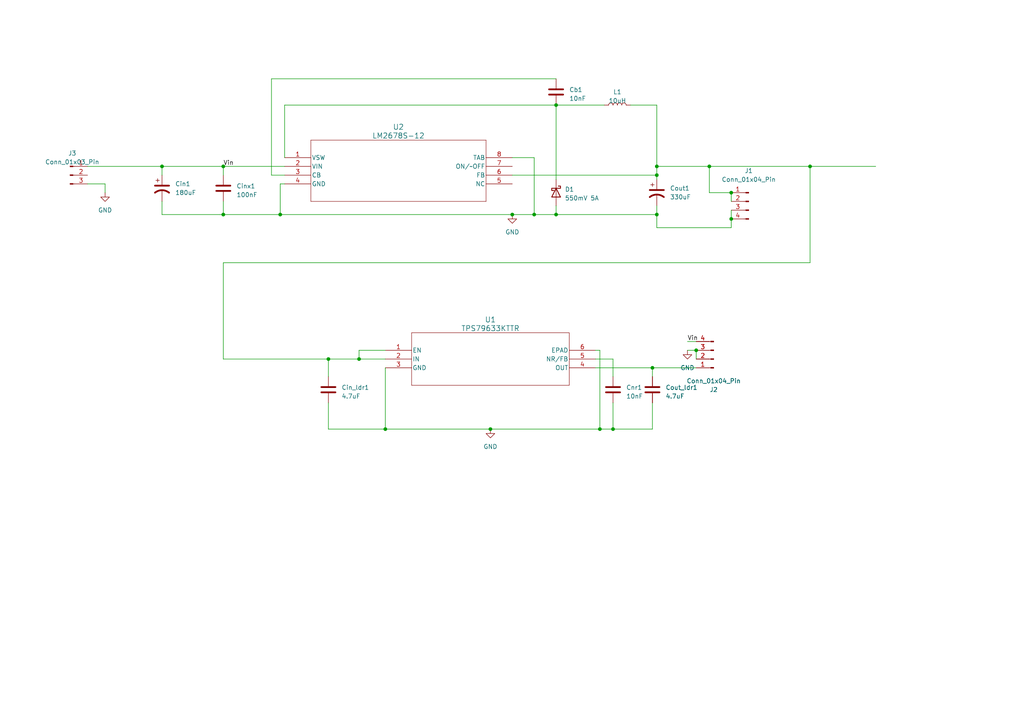
<source format=kicad_sch>
(kicad_sch (version 20230121) (generator eeschema)
  (paper "A4")
  (lib_symbols
    (symbol "Connector:Conn_01x03_Pin" (pin_names (offset 1.016) hide)
      (property "Reference" "J" (at 0 5.08 0))
      (property "Value" "Conn_01x03_Pin" (at 0 -5.08 0))
      (symbol "Conn_01x03_Pin_1_1"
        (polyline (pts (xy 1.27 -2.54) (xy 0.8636 -2.54)) (stroke (width 0.1524)))
        (polyline (pts (xy 1.27 0) (xy 0.8636 0)) (stroke (width 0.1524)))
        (polyline (pts (xy 1.27 2.54) (xy 0.8636 2.54)) (stroke (width 0.1524)))
        (rectangle (start 0.8636 -2.413) (end 0 -2.667) (stroke (width 0.1524)) (fill (type outline)))
        (rectangle (start 0.8636 0.127) (end 0 -0.127) (stroke (width 0.1524)) (fill (type outline)))
        (rectangle (start 0.8636 2.667) (end 0 2.413) (stroke (width 0.1524)) (fill (type outline)))
        (pin passive line (at 5.08 2.54 180) (length 3.81) (name "Pin_1") (number "1"))
        (pin passive line (at 5.08 0 180) (length 3.81) (name "Pin_2") (number "2"))
        (pin passive line (at 5.08 -2.54 180) (length 3.81) (name "Pin_3") (number "3"))
      )
    )
    (symbol "Connector:Conn_01x04_Pin" (pin_names (offset 1.016) hide)
      (property "Reference" "J" (at 0 5.08 0))
      (property "Value" "Conn_01x04_Pin" (at 0 -7.62 0))
      (symbol "Conn_01x04_Pin_1_1"
        (polyline (pts (xy 1.27 -5.08) (xy 0.8636 -5.08)) (stroke (width 0.1524)))
        (polyline (pts (xy 1.27 -2.54) (xy 0.8636 -2.54)) (stroke (width 0.1524)))
        (polyline (pts (xy 1.27 0) (xy 0.8636 0)) (stroke (width 0.1524)))
        (polyline (pts (xy 1.27 2.54) (xy 0.8636 2.54)) (stroke (width 0.1524)))
        (rectangle (start 0.8636 -4.953) (end 0 -5.207) (stroke (width 0.1524)) (fill (type outline)))
        (rectangle (start 0.8636 -2.413) (end 0 -2.667) (stroke (width 0.1524)) (fill (type outline)))
        (rectangle (start 0.8636 0.127) (end 0 -0.127) (stroke (width 0.1524)) (fill (type outline)))
        (rectangle (start 0.8636 2.667) (end 0 2.413) (stroke (width 0.1524)) (fill (type outline)))
        (pin passive line (at 5.08 2.54 180) (length 3.81) (name "Pin_1") (number "1"))
        (pin passive line (at 5.08 0 180) (length 3.81) (name "Pin_2") (number "2"))
        (pin passive line (at 5.08 -2.54 180) (length 3.81) (name "Pin_3") (number "3"))
        (pin passive line (at 5.08 -5.08 180) (length 3.81) (name "Pin_4") (number "4"))
      )
    )
    (symbol "Device:C" (pin_numbers hide) (pin_names (offset 0.254))
      (property "Reference" "C" (at 0.635 2.54 0))
      (property "Value" "C" (at 0.635 -2.54 0))
      (symbol "C_0_1"
        (polyline (pts (xy -2.032 -0.762) (xy 2.032 -0.762)) (stroke (width 0.508)))
        (polyline (pts (xy -2.032 0.762) (xy 2.032 0.762)) (stroke (width 0.508)))
      )
      (symbol "C_1_1"
        (pin passive line (at 0 3.81 270) (length 2.794) (name "~") (number "1"))
        (pin passive line (at 0 -3.81 90) (length 2.794) (name "~") (number "2"))
      )
    )
    (symbol "Device:C_Polarized_US" (pin_numbers hide) (pin_names (offset 0.254) hide)
      (property "Reference" "C" (at 0.635 2.54 0))
      (property "Value" "C_Polarized_US" (at 0.635 -2.54 0))
      (symbol "C_Polarized_US_0_1"
        (polyline (pts (xy -2.032 0.762) (xy 2.032 0.762)) (stroke (width 0.508)))
        (polyline (pts (xy -1.778 2.286) (xy -0.762 2.286)))
        (polyline (pts (xy -1.27 1.778) (xy -1.27 2.794)))
        (arc (start 2.032 -1.27) (mid 0 -0.5572) (end -2.032 -1.27) (stroke (width 0.508)))
      )
      (symbol "C_Polarized_US_1_1"
        (pin passive line (at 0 3.81 270) (length 2.794) (name "~") (number "1"))
        (pin passive line (at 0 -3.81 90) (length 3.302) (name "~") (number "2"))
      )
    )
    (symbol "Device:L" (pin_numbers hide) (pin_names (offset 1.016) hide)
      (property "Reference" "L" (at -1.27 0 90))
      (property "Value" "L" (at 1.905 0 90))
      (symbol "L_0_1"
        (arc (start 0 -2.54) (mid 0.6323 -1.905) (end 0 -1.27))
        (arc (start 0 -1.27) (mid 0.6323 -0.635) (end 0 0))
        (arc (start 0 0) (mid 0.6323 0.635) (end 0 1.27))
        (arc (start 0 1.27) (mid 0.6323 1.905) (end 0 2.54))
      )
      (symbol "L_1_1"
        (pin passive line (at 0 3.81 270) (length 1.27) (name "1") (number "1"))
        (pin passive line (at 0 -3.81 90) (length 1.27) (name "2") (number "2"))
      )
    )
    (symbol "Diode:1N5817" (pin_numbers hide) (pin_names (offset 1.016) hide)
      (property "Reference" "D" (at 0 2.54 0))
      (property "Value" "1N5817" (at 0 -2.54 0))
      (symbol "1N5817_0_1"
        (polyline (pts (xy 1.27 0) (xy -1.27 0)))
        (polyline (pts (xy 1.27 1.27) (xy 1.27 -1.27) (xy -1.27 0) (xy 1.27 1.27)) (stroke (width 0.254)))
        (polyline (pts (xy -1.905 0.635) (xy -1.905 1.27) (xy -1.27 1.27) (xy -1.27 -1.27) (xy -0.635 -1.27) (xy -0.635 -0.635)) (stroke (width 0.254)))
      )
      (symbol "1N5817_1_1"
        (pin passive line (at -3.81 0 0) (length 2.54) (name "K") (number "1"))
        (pin passive line (at 3.81 0 180) (length 2.54) (name "A") (number "2"))
      )
    )
    (symbol "LM2678:LM2678S-12" (pin_names (offset 0.254))
      (property "Reference" "U" (at 33.02 10.16 0))
      (property "Value" "LM2678S-12" (at 33.02 7.62 0))
      (symbol "LM2678S-12_0_1"
        (polyline (pts (xy 7.62 -12.7) (xy 58.42 -12.7)) (stroke (width 0.127)))
        (polyline (pts (xy 7.62 5.08) (xy 7.62 -12.7)) (stroke (width 0.127)))
        (polyline (pts (xy 58.42 -12.7) (xy 58.42 5.08)) (stroke (width 0.127)))
        (polyline (pts (xy 58.42 5.08) (xy 7.62 5.08)) (stroke (width 0.127)))
        (pin output line (at 0 0 0) (length 7.62) (name "VSW") (number "1"))
        (pin input line (at 0 -2.54 0) (length 7.62) (name "VIN") (number "2"))
        (pin passive line (at 0 -5.08 0) (length 7.62) (name "CB") (number "3"))
        (pin passive line (at 0 -7.62 0) (length 7.62) (name "GND") (number "4"))
        (pin passive line (at 66.04 -7.62 180) (length 7.62) (name "NC") (number "5"))
        (pin passive line (at 66.04 -5.08 180) (length 7.62) (name "FB") (number "6"))
        (pin passive line (at 66.04 -2.54 180) (length 7.62) (name "ON/~OFF") (number "7"))
        (pin unspecified line (at 66.04 0 180) (length 7.62) (name "TAB") (number "8"))
      )
    )
    (symbol "TPS79633:TPS79633KTTR" (pin_names (offset 0.254))
      (property "Reference" "U" (at 30.48 10.16 0))
      (property "Value" "TPS79633KTTR" (at 30.48 7.62 0))
      (symbol "TPS79633KTTR_0_1"
        (polyline (pts (xy 7.62 -10.16) (xy 53.34 -10.16)) (stroke (width 0.127)))
        (polyline (pts (xy 7.62 5.08) (xy 7.62 -10.16)) (stroke (width 0.127)))
        (polyline (pts (xy 53.34 -10.16) (xy 53.34 5.08)) (stroke (width 0.127)))
        (polyline (pts (xy 53.34 5.08) (xy 7.62 5.08)) (stroke (width 0.127)))
        (pin unspecified line (at 0 0 0) (length 7.62) (name "EN") (number "1"))
        (pin input line (at 0 -2.54 0) (length 7.62) (name "IN") (number "2"))
        (pin power_in line (at 0 -5.08 0) (length 7.62) (name "GND") (number "3"))
        (pin unspecified line (at 60.96 -5.08 180) (length 7.62) (name "OUT") (number "4"))
        (pin unspecified line (at 60.96 -2.54 180) (length 7.62) (name "NR/FB") (number "5"))
        (pin unspecified line (at 60.96 0 180) (length 7.62) (name "EPAD") (number "6"))
      )
    )
    (symbol "power:GND" (power) (pin_names (offset 0))
      (property "Value" "GND" (at 0 -3.81 0))
      (symbol "GND_0_1"
        (polyline (pts (xy 0 0) (xy 0 -1.27) (xy 1.27 -1.27) (xy 0 -2.54) (xy -1.27 -1.27) (xy 0 -1.27)))
      )
      (symbol "GND_1_1"
        (pin power_in line (at 0 0 270) (length 0) hide (name "GND") (number "1"))
      )
    )
  )
  (junction (at 142.24 124.46))
  (junction (at 177.8 124.46))
  (junction (at 64.77 48.26))
  (junction (at 212.09 63.5))
  (junction (at 234.95 48.26))
  (junction (at 46.99 48.26))
  (junction (at 190.5 62.23))
  (junction (at 189.23 106.68))
  (junction (at 111.76 124.46))
  (junction (at 201.93 101.6))
  (junction (at 154.94 62.23))
  (junction (at 161.29 30.48))
  (junction (at 148.59 62.23))
  (junction (at 212.09 55.88))
  (junction (at 95.25 104.14))
  (junction (at 64.77 62.23))
  (junction (at 205.74 48.26))
  (junction (at 173.99 124.46))
  (junction (at 190.5 50.8))
  (junction (at 81.28 62.23))
  (junction (at 190.5 48.26))
  (junction (at 161.29 62.23))
  (junction (at 104.14 104.14))
  (wire (pts (xy 190.5 48.26) (xy 190.5 50.8)))
  (wire (pts (xy 148.59 45.72) (xy 154.94 45.72)))
  (wire (pts (xy 111.76 106.68) (xy 111.76 124.46)))
  (wire (pts (xy 78.74 50.8) (xy 78.74 22.86)))
  (wire (pts (xy 190.5 30.48) (xy 190.5 48.26)))
  (wire (pts (xy 82.55 30.48) (xy 161.29 30.48)))
  (wire (pts (xy 161.29 59.69) (xy 161.29 62.23)))
  (wire (pts (xy 177.8 116.84) (xy 177.8 124.46)))
  (wire (pts (xy 161.29 30.48) (xy 161.29 52.07)))
  (wire (pts (xy 201.93 101.6) (xy 201.93 104.14)))
  (wire (pts (xy 78.74 22.86) (xy 161.29 22.86)))
  (wire (pts (xy 189.23 116.84) (xy 189.23 124.46)))
  (wire (pts (xy 212.09 60.96) (xy 212.09 63.5)))
  (wire (pts (xy 46.99 58.42) (xy 46.99 62.23)))
  (wire (pts (xy 201.93 99.06) (xy 199.39 99.06)))
  (wire (pts (xy 82.55 45.72) (xy 82.55 30.48)))
  (wire (pts (xy 154.94 62.23) (xy 161.29 62.23)))
  (wire (pts (xy 64.77 104.14) (xy 95.25 104.14)))
  (wire (pts (xy 205.74 48.26) (xy 205.74 55.88)))
  (wire (pts (xy 95.25 124.46) (xy 111.76 124.46)))
  (wire (pts (xy 64.77 48.26) (xy 64.77 50.8)))
  (wire (pts (xy 234.95 48.26) (xy 234.95 76.2)))
  (wire (pts (xy 172.72 106.68) (xy 189.23 106.68)))
  (wire (pts (xy 190.5 48.26) (xy 205.74 48.26)))
  (wire (pts (xy 205.74 48.26) (xy 234.95 48.26)))
  (wire (pts (xy 46.99 48.26) (xy 46.99 50.8)))
  (wire (pts (xy 64.77 62.23) (xy 81.28 62.23)))
  (wire (pts (xy 173.99 101.6) (xy 173.99 124.46)))
  (wire (pts (xy 46.99 48.26) (xy 64.77 48.26)))
  (wire (pts (xy 95.25 104.14) (xy 104.14 104.14)))
  (wire (pts (xy 111.76 101.6) (xy 104.14 101.6)))
  (wire (pts (xy 190.5 52.07) (xy 190.5 50.8)))
  (wire (pts (xy 46.99 62.23) (xy 64.77 62.23)))
  (wire (pts (xy 111.76 124.46) (xy 142.24 124.46)))
  (wire (pts (xy 64.77 48.26) (xy 82.55 48.26)))
  (wire (pts (xy 172.72 104.14) (xy 177.8 104.14)))
  (wire (pts (xy 148.59 62.23) (xy 154.94 62.23)))
  (wire (pts (xy 173.99 124.46) (xy 177.8 124.46)))
  (wire (pts (xy 190.5 66.04) (xy 212.09 66.04)))
  (wire (pts (xy 82.55 50.8) (xy 78.74 50.8)))
  (wire (pts (xy 212.09 55.88) (xy 212.09 58.42)))
  (wire (pts (xy 161.29 30.48) (xy 175.26 30.48)))
  (wire (pts (xy 172.72 101.6) (xy 173.99 101.6)))
  (wire (pts (xy 25.4 53.34) (xy 30.48 53.34)))
  (wire (pts (xy 199.39 101.6) (xy 201.93 101.6)))
  (wire (pts (xy 82.55 53.34) (xy 81.28 53.34)))
  (wire (pts (xy 189.23 106.68) (xy 201.93 106.68)))
  (wire (pts (xy 95.25 104.14) (xy 95.25 109.22)))
  (wire (pts (xy 161.29 62.23) (xy 190.5 62.23)))
  (wire (pts (xy 81.28 62.23) (xy 148.59 62.23)))
  (wire (pts (xy 30.48 53.34) (xy 30.48 55.88)))
  (wire (pts (xy 104.14 101.6) (xy 104.14 104.14)))
  (wire (pts (xy 142.24 124.46) (xy 173.99 124.46)))
  (wire (pts (xy 212.09 55.88) (xy 205.74 55.88)))
  (wire (pts (xy 189.23 106.68) (xy 189.23 109.22)))
  (wire (pts (xy 104.14 104.14) (xy 111.76 104.14)))
  (wire (pts (xy 190.5 66.04) (xy 190.5 62.23)))
  (wire (pts (xy 212.09 63.5) (xy 212.09 66.04)))
  (wire (pts (xy 64.77 58.42) (xy 64.77 62.23)))
  (wire (pts (xy 148.59 50.8) (xy 190.5 50.8)))
  (wire (pts (xy 177.8 104.14) (xy 177.8 109.22)))
  (wire (pts (xy 81.28 53.34) (xy 81.28 62.23)))
  (wire (pts (xy 234.95 48.26) (xy 254 48.26)))
  (wire (pts (xy 64.77 76.2) (xy 64.77 104.14)))
  (wire (pts (xy 182.88 30.48) (xy 190.5 30.48)))
  (wire (pts (xy 25.4 48.26) (xy 46.99 48.26)))
  (wire (pts (xy 95.25 116.84) (xy 95.25 124.46)))
  (wire (pts (xy 154.94 45.72) (xy 154.94 62.23)))
  (wire (pts (xy 234.95 76.2) (xy 64.77 76.2)))
  (wire (pts (xy 190.5 59.69) (xy 190.5 62.23)))
  (wire (pts (xy 177.8 124.46) (xy 189.23 124.46)))
  (label "Vin" (at 64.77 48.26 0))
  (label "Vin" (at 199.39 99.06 0))
  (symbol (lib_id "Device:C") (at 64.77 54.61 0) (unit 1)
    (property "Reference" "Cinx1" (at 68.58 53.975 0) (effects (justify left)))
    (property "Value" "100nF" (at 68.58 56.515 0) (effects (justify left)))
    (property "Footprint" "Capacitor_SMD:C_0805_2012Metric_Pad1.18x1.45mm_HandSolder" (effects hide))
  )
  (symbol (lib_id "Device:C") (at 161.29 26.67 0) (unit 1)
    (property "Reference" "Cb1" (at 165.1 26.035 0) (effects (justify left)))
    (property "Value" "10nF" (at 165.1 28.575 0) (effects (justify left)))
    (property "Footprint" "Capacitor_SMD:C_0805_2012Metric_Pad1.18x1.45mm_HandSolder" (effects hide))
  )
  (symbol (lib_id "power:GND") (at 30.48 55.88 0) (unit 1)
    (property "Reference" "#PWR04" (effects hide))
    (property "Value" "GND" (at 30.48 60.96 0))
  )
  (symbol (lib_id "Diode:1N5817") (at 161.29 55.88 270) (unit 1)
    (property "Reference" "D1" (at 163.83 54.9275 90) (effects (justify left)))
    (property "Value" "550mV 5A" (at 163.83 57.4675 90) (effects (justify left)))
    (property "Footprint" "Diode_SMD:D_SMC-RM10_Universal_Handsoldering" (effects hide))
    (property "Datasheet" "http://www.vishay.com/docs/88525/1n5817.pdf" (effects hide))
  )
  (symbol (lib_id "Device:C") (at 95.25 113.03 0) (unit 1)
    (property "Reference" "Cin_ldr1" (at 99.06 112.395 0) (effects (justify left)))
    (property "Value" "4.7uF" (at 99.06 114.935 0) (effects (justify left)))
    (property "Footprint" "Capacitor_SMD:C_0805_2012Metric_Pad1.18x1.45mm_HandSolder" (effects hide))
  )
  (symbol (lib_id "power:GND") (at 142.24 124.46 0) (unit 1)
    (property "Reference" "#PWR02" (effects hide))
    (property "Value" "GND" (at 142.24 129.54 0))
  )
  (symbol (lib_id "Connector:Conn_01x04_Pin") (at 207.01 104.14 180) (unit 1)
    (property "Reference" "J2" (at 207.01 113.03 0))
    (property "Value" "Conn_01x04_Pin" (at 207.01 110.49 0))
    (property "Footprint" "Connector_JST:JST_VH_B4P-VH-B_1x04_P3.96mm_Vertical" (effects hide))
  )
  (symbol (lib_id "Device:L") (at 179.07 30.48 90) (unit 1)
    (property "Reference" "L1" (at 179.07 26.67 90))
    (property "Value" "10uH" (at 179.07 29.21 90))
    (property "Footprint" "LIB_MSS1210-103MEB:INDPM120120X1020N" (effects hide))
  )
  (symbol (lib_id "Device:C") (at 189.23 113.03 0) (unit 1)
    (property "Reference" "Cout_ldr1" (at 193.04 112.395 0) (effects (justify left)))
    (property "Value" "4.7uF" (at 193.04 114.935 0) (effects (justify left)))
    (property "Footprint" "Capacitor_SMD:C_0805_2012Metric_Pad1.18x1.45mm_HandSolder" (effects hide))
  )
  (symbol (lib_id "Connector:Conn_01x04_Pin") (at 217.17 58.42 0) (mirror y) (unit 1)
    (property "Reference" "J1" (at 217.17 49.53 0))
    (property "Value" "Conn_01x04_Pin" (at 217.17 52.07 0))
    (property "Footprint" "Connector_JST:JST_VH_B4P-VH-B_1x04_P3.96mm_Vertical" (effects hide))
  )
  (symbol (lib_id "Device:C_Polarized_US") (at 190.5 55.88 0) (unit 1)
    (property "Reference" "Cout1" (at 194.31 54.61 0) (effects (justify left)))
    (property "Value" "330uF" (at 194.31 57.15 0) (effects (justify left)))
    (property "Footprint" "Capacitor_SMD:CP_Elec_8x6.9" (effects hide))
  )
  (symbol (lib_id "Device:C_Polarized_US") (at 46.99 54.61 0) (unit 1)
    (property "Reference" "Cin1" (at 50.8 53.34 0) (effects (justify left)))
    (property "Value" "180uF" (at 50.8 55.88 0) (effects (justify left)))
    (property "Footprint" "Capacitor_SMD:CP_Elec_8x6.9" (effects hide))
  )
  (symbol (lib_id "LM2678:LM2678S-12") (at 82.55 45.72 0) (unit 1)
    (property "Reference" "U2" (at 115.57 36.83 0) (effects (font (size 1.524 1.524))))
    (property "Value" "LM2678S-12" (at 115.57 39.37 0) (effects (font (size 1.524 1.524))))
    (property "Footprint" "LM2678-TO263:TS7B" (effects hide))
    (property "Datasheet" "LM2678S-12" (effects hide))
  )
  (symbol (lib_id "Device:C") (at 177.8 113.03 0) (unit 1)
    (property "Reference" "Cnr1" (at 181.61 112.395 0) (effects (justify left)))
    (property "Value" "10nF" (at 181.61 114.935 0) (effects (justify left)))
    (property "Footprint" "Capacitor_SMD:C_0805_2012Metric_Pad1.18x1.45mm_HandSolder" (effects hide))
  )
  (symbol (lib_id "power:GND") (at 199.39 101.6 0) (unit 1)
    (property "Reference" "#PWR03" (effects hide))
    (property "Value" "GND" (at 199.39 106.68 0))
  )
  (symbol (lib_id "TPS79633:TPS79633KTTR") (at 111.76 101.6 0) (unit 1)
    (property "Reference" "U1" (at 142.24 92.71 0) (effects (font (size 1.524 1.524))))
    (property "Value" "TPS79633KTTR" (at 142.24 95.25 0) (effects (font (size 1.524 1.524))))
    (property "Footprint" "TPS79633KTTR:KTT5_6P22X6P86_TEX" (effects hide))
    (property "Datasheet" "TPS79633KTTR" (effects hide))
  )
  (symbol (lib_id "power:GND") (at 148.59 62.23 0) (unit 1)
    (property "Reference" "#PWR01" (effects hide))
    (property "Value" "GND" (at 148.59 67.31 0))
  )
  (symbol (lib_id "Connector:Conn_01x03_Pin") (at 20.32 50.8 0) (unit 1)
    (property "Reference" "J3" (at 20.955 44.45 0))
    (property "Value" "Conn_01x03_Pin" (at 20.955 46.99 0))
    (property "Footprint" "Connector_PinHeader_2.54mm:PinHeader_1x03_P2.54mm_Vertical" (effects hide))
  )
)
</source>
